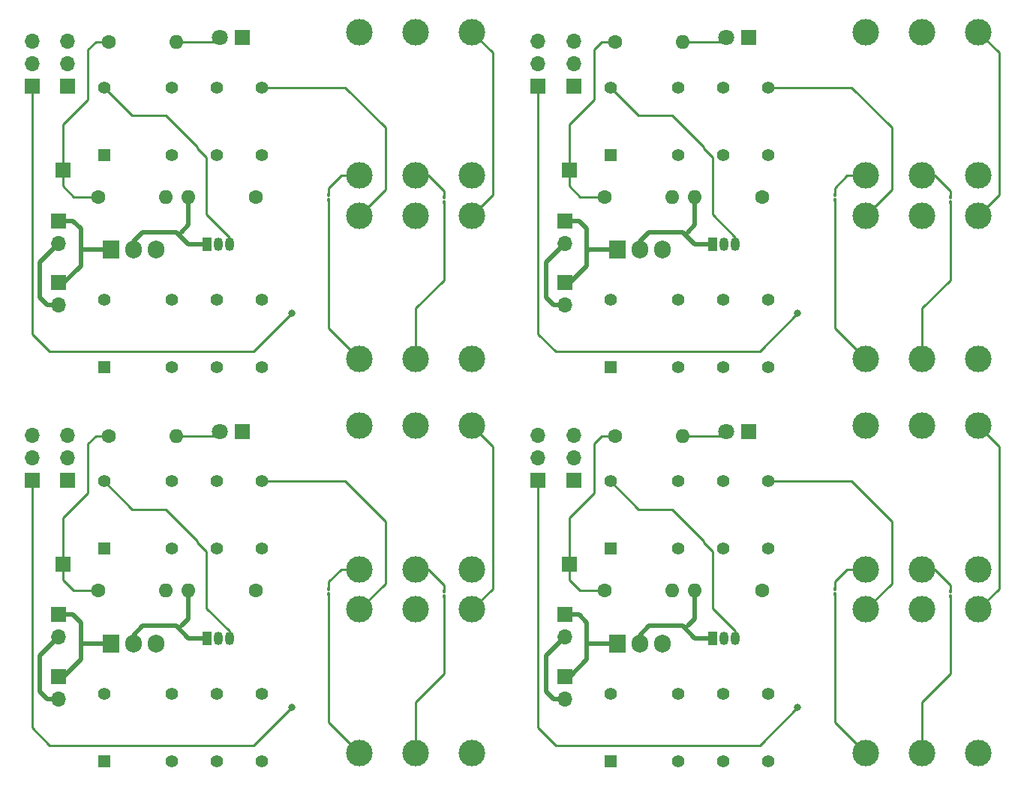
<source format=gbr>
%TF.GenerationSoftware,KiCad,Pcbnew,7.0.9*%
%TF.CreationDate,2024-06-08T21:45:48-04:00*%
%TF.ProjectId,V2 Loop Panel,5632204c-6f6f-4702-9050-616e656c2e6b,rev?*%
%TF.SameCoordinates,Original*%
%TF.FileFunction,Copper,L2,Bot*%
%TF.FilePolarity,Positive*%
%FSLAX46Y46*%
G04 Gerber Fmt 4.6, Leading zero omitted, Abs format (unit mm)*
G04 Created by KiCad (PCBNEW 7.0.9) date 2024-06-08 21:45:48*
%MOMM*%
%LPD*%
G01*
G04 APERTURE LIST*
G04 Aperture macros list*
%AMRoundRect*
0 Rectangle with rounded corners*
0 $1 Rounding radius*
0 $2 $3 $4 $5 $6 $7 $8 $9 X,Y pos of 4 corners*
0 Add a 4 corners polygon primitive as box body*
4,1,4,$2,$3,$4,$5,$6,$7,$8,$9,$2,$3,0*
0 Add four circle primitives for the rounded corners*
1,1,$1+$1,$2,$3*
1,1,$1+$1,$4,$5*
1,1,$1+$1,$6,$7*
1,1,$1+$1,$8,$9*
0 Add four rect primitives between the rounded corners*
20,1,$1+$1,$2,$3,$4,$5,0*
20,1,$1+$1,$4,$5,$6,$7,0*
20,1,$1+$1,$6,$7,$8,$9,0*
20,1,$1+$1,$8,$9,$2,$3,0*%
G04 Aperture macros list end*
%TA.AperFunction,SMDPad,CuDef*%
%ADD10RoundRect,0.100000X-0.100000X0.130000X-0.100000X-0.130000X0.100000X-0.130000X0.100000X0.130000X0*%
%TD*%
%TA.AperFunction,ComponentPad*%
%ADD11C,1.600000*%
%TD*%
%TA.AperFunction,ComponentPad*%
%ADD12O,1.600000X1.600000*%
%TD*%
%TA.AperFunction,ComponentPad*%
%ADD13R,1.700000X1.700000*%
%TD*%
%TA.AperFunction,ComponentPad*%
%ADD14O,1.700000X1.700000*%
%TD*%
%TA.AperFunction,ComponentPad*%
%ADD15R,1.400000X1.400000*%
%TD*%
%TA.AperFunction,ComponentPad*%
%ADD16C,1.400000*%
%TD*%
%TA.AperFunction,ComponentPad*%
%ADD17R,1.905000X2.000000*%
%TD*%
%TA.AperFunction,ComponentPad*%
%ADD18O,1.905000X2.000000*%
%TD*%
%TA.AperFunction,ComponentPad*%
%ADD19C,3.000000*%
%TD*%
%TA.AperFunction,ComponentPad*%
%ADD20R,1.800000X1.800000*%
%TD*%
%TA.AperFunction,ComponentPad*%
%ADD21C,1.800000*%
%TD*%
%TA.AperFunction,ComponentPad*%
%ADD22R,1.050000X1.500000*%
%TD*%
%TA.AperFunction,ComponentPad*%
%ADD23O,1.050000X1.500000*%
%TD*%
%TA.AperFunction,ViaPad*%
%ADD24C,0.800000*%
%TD*%
%TA.AperFunction,Conductor*%
%ADD25C,0.250000*%
%TD*%
%TA.AperFunction,Conductor*%
%ADD26C,0.500000*%
%TD*%
G04 APERTURE END LIST*
D10*
%TO.P,R8,1*%
%TO.N,Board_0-Net-(R8-Pad1)*%
X141375000Y-41525000D03*
%TO.P,R8,2*%
%TO.N,Board_0-Net-(R8-Pad2)*%
X141375000Y-42165000D03*
%TD*%
%TO.P,R9,1*%
%TO.N,Board_3-Net-(R9-Pad1)*%
X185510398Y-85785399D03*
%TO.P,R9,2*%
%TO.N,Board_3-Net-(R9-Pad2)*%
X185510398Y-86425399D03*
%TD*%
%TO.P,R9,1*%
%TO.N,Board_2-Net-(R9-Pad1)*%
X128375000Y-85785399D03*
%TO.P,R9,2*%
%TO.N,Board_2-Net-(R9-Pad2)*%
X128375000Y-86425399D03*
%TD*%
%TO.P,R9,1*%
%TO.N,Board_0-Net-(R9-Pad1)*%
X128375000Y-41275000D03*
%TO.P,R9,2*%
%TO.N,Board_0-Net-(R9-Pad2)*%
X128375000Y-41915000D03*
%TD*%
%TO.P,R8,1*%
%TO.N,Board_1-Net-(R8-Pad1)*%
X198510398Y-41525000D03*
%TO.P,R8,2*%
%TO.N,Board_1-Net-(R8-Pad2)*%
X198510398Y-42165000D03*
%TD*%
%TO.P,R8,1*%
%TO.N,Board_2-Net-(R8-Pad1)*%
X141375000Y-86035399D03*
%TO.P,R8,2*%
%TO.N,Board_2-Net-(R8-Pad2)*%
X141375000Y-86675399D03*
%TD*%
%TO.P,R9,1*%
%TO.N,Board_1-Net-(R9-Pad1)*%
X185510398Y-41275000D03*
%TO.P,R9,2*%
%TO.N,Board_1-Net-(R9-Pad2)*%
X185510398Y-41915000D03*
%TD*%
%TO.P,R8,1*%
%TO.N,Board_3-Net-(R8-Pad1)*%
X198510398Y-86035399D03*
%TO.P,R8,2*%
%TO.N,Board_3-Net-(R8-Pad2)*%
X198510398Y-86675399D03*
%TD*%
D11*
%TO.P,LGate1,1*%
%TO.N,Board_3-/Control*%
X159510398Y-86010399D03*
D12*
%TO.P,LGate1,2*%
%TO.N,Board_3-Net-(QL1-G)*%
X167130398Y-86010399D03*
%TD*%
D13*
%TO.P,In1,1,Pin_1*%
%TO.N,Board_0-/Signal_Gnd*%
X94875000Y-29025000D03*
D14*
%TO.P,In1,2,Pin_2*%
%TO.N,Board_0-/L_in*%
X94875000Y-26485000D03*
%TO.P,In1,3,Pin_3*%
%TO.N,Board_0-/R_in*%
X94875000Y-23945000D03*
%TD*%
D13*
%TO.P,Out1,1,Pin_1*%
%TO.N,Board_0-/Signal_Gnd*%
X98875000Y-29025000D03*
D14*
%TO.P,Out1,2,Pin_2*%
%TO.N,Board_0-/L_out*%
X98875000Y-26485000D03*
%TO.P,Out1,3,Pin_3*%
%TO.N,Board_0-/R_out*%
X98875000Y-23945000D03*
%TD*%
D13*
%TO.P,In1,1,Pin_1*%
%TO.N,Board_3-/Signal_Gnd*%
X152010398Y-73535399D03*
D14*
%TO.P,In1,2,Pin_2*%
%TO.N,Board_3-/L_in*%
X152010398Y-70995399D03*
%TO.P,In1,3,Pin_3*%
%TO.N,Board_3-/R_in*%
X152010398Y-68455399D03*
%TD*%
D15*
%TO.P,Right1,1*%
%TO.N,Board_0-Net-(QL1-D)*%
X103017500Y-60762500D03*
D16*
%TO.P,Right1,4*%
%TO.N,Board_0-/R_out*%
X110637500Y-60762500D03*
%TO.P,Right1,6*%
%TO.N,Board_0-Net-(Right1-Pad11)*%
X115717500Y-60762500D03*
%TO.P,Right1,8*%
%TO.N,Board_0-/R_Return*%
X120797500Y-60762500D03*
%TO.P,Right1,9*%
%TO.N,Board_0-/R_send*%
X120797500Y-53142500D03*
%TO.P,Right1,11*%
%TO.N,Board_0-Net-(Right1-Pad11)*%
X115717500Y-53142500D03*
%TO.P,Right1,13*%
%TO.N,Board_0-/R_in*%
X110637500Y-53142500D03*
%TO.P,Right1,16*%
%TO.N,Board_0-/5V*%
X103017500Y-53142500D03*
%TD*%
D15*
%TO.P,Left/Mono1,1*%
%TO.N,Board_2-/5V*%
X103017500Y-81272899D03*
D16*
%TO.P,Left/Mono1,4*%
%TO.N,Board_2-/L_out*%
X110637500Y-81272899D03*
%TO.P,Left/Mono1,6*%
%TO.N,Board_2-Net-(Left/Mono1-Pad11)*%
X115717500Y-81272899D03*
%TO.P,Left/Mono1,8*%
%TO.N,Board_2-/L_Return*%
X120797500Y-81272899D03*
%TO.P,Left/Mono1,9*%
%TO.N,Board_2-/L_Send*%
X120797500Y-73652899D03*
%TO.P,Left/Mono1,11*%
%TO.N,Board_2-Net-(Left/Mono1-Pad11)*%
X115717500Y-73652899D03*
%TO.P,Left/Mono1,13*%
%TO.N,Board_2-/L_in*%
X110637500Y-73652899D03*
%TO.P,Left/Mono1,16*%
%TO.N,Board_2-Net-(QL1-D)*%
X103017500Y-73652899D03*
%TD*%
D17*
%TO.P,U1,1,IN*%
%TO.N,Board_2-/9V*%
X103795000Y-92010399D03*
D18*
%TO.P,U1,2,GND*%
%TO.N,Board_2-/Ctrl_GND*%
X106335000Y-92010399D03*
%TO.P,U1,3,OUT*%
%TO.N,Board_2-/5V*%
X108875000Y-92010399D03*
%TD*%
D19*
%TO.P,Send1,R*%
%TO.N,Board_2-/R_send*%
X138200000Y-88145399D03*
%TO.P,Send1,RN*%
%TO.N,Board_2-Net-(R8-Pad2)*%
X138200000Y-104375399D03*
%TO.P,Send1,S*%
%TO.N,Board_2-/Signal_Gnd*%
X144550000Y-88145399D03*
%TO.P,Send1,SN*%
%TO.N,Board_2-unconnected-(Send1-PadSN)*%
X144550000Y-104375399D03*
%TO.P,Send1,T*%
%TO.N,Board_2-/L_Send*%
X131850000Y-88145399D03*
%TO.P,Send1,TN*%
%TO.N,Board_2-Net-(R9-Pad2)*%
X131850000Y-104375399D03*
%TD*%
D20*
%TO.P,D1,1,K*%
%TO.N,Board_2-/Ctrl_GND*%
X118650000Y-68010399D03*
D21*
%TO.P,D1,2,A*%
%TO.N,Board_2-Net-(D1-A)*%
X116110000Y-68010399D03*
%TD*%
D22*
%TO.P,QL1,1,S*%
%TO.N,Board_2-/Ctrl_GND*%
X114605000Y-91370399D03*
D23*
%TO.P,QL1,2,G*%
%TO.N,Board_2-Net-(QL1-G)*%
X115875000Y-91370399D03*
%TO.P,QL1,3,D*%
%TO.N,Board_2-Net-(QL1-D)*%
X117145000Y-91370399D03*
%TD*%
D20*
%TO.P,D1,1,K*%
%TO.N,Board_1-/Ctrl_GND*%
X175785398Y-23500000D03*
D21*
%TO.P,D1,2,A*%
%TO.N,Board_1-Net-(D1-A)*%
X173245398Y-23500000D03*
%TD*%
D13*
%TO.P,In1,1,Pin_1*%
%TO.N,Board_2-/Signal_Gnd*%
X94875000Y-73535399D03*
D14*
%TO.P,In1,2,Pin_2*%
%TO.N,Board_2-/L_in*%
X94875000Y-70995399D03*
%TO.P,In1,3,Pin_3*%
%TO.N,Board_2-/R_in*%
X94875000Y-68455399D03*
%TD*%
D19*
%TO.P,Return1,R*%
%TO.N,Board_1-/R_Return*%
X195335398Y-22885000D03*
%TO.P,Return1,RN*%
%TO.N,Board_1-Net-(R8-Pad1)*%
X195335398Y-39115000D03*
%TO.P,Return1,S*%
%TO.N,Board_1-/Signal_Gnd*%
X201685398Y-22885000D03*
%TO.P,Return1,SN*%
%TO.N,Board_1-unconnected-(Return1-PadSN)*%
X201685398Y-39115000D03*
%TO.P,Return1,T*%
%TO.N,Board_1-/L_Return*%
X188985398Y-22885000D03*
%TO.P,Return1,TN*%
%TO.N,Board_1-Net-(R9-Pad1)*%
X188985398Y-39115000D03*
%TD*%
D22*
%TO.P,QL1,1,S*%
%TO.N,Board_1-/Ctrl_GND*%
X171740398Y-46860000D03*
D23*
%TO.P,QL1,2,G*%
%TO.N,Board_1-Net-(QL1-G)*%
X173010398Y-46860000D03*
%TO.P,QL1,3,D*%
%TO.N,Board_1-Net-(QL1-D)*%
X174280398Y-46860000D03*
%TD*%
D13*
%TO.P,J1,1,Pin_1*%
%TO.N,Board_2-/Control*%
X98375000Y-83010399D03*
%TD*%
%TO.P,J2,1,Pin_1*%
%TO.N,Board_2-/9V*%
X97875000Y-95735399D03*
D14*
%TO.P,J2,2,Pin_2*%
%TO.N,Board_2-/Ctrl_GND*%
X97875000Y-98275399D03*
%TD*%
D13*
%TO.P,J2,1,Pin_1*%
%TO.N,Board_0-/9V*%
X97875000Y-51225000D03*
D14*
%TO.P,J2,2,Pin_2*%
%TO.N,Board_0-/Ctrl_GND*%
X97875000Y-53765000D03*
%TD*%
D11*
%TO.P,RLed1,1*%
%TO.N,Board_0-/Control*%
X103565000Y-24000000D03*
D12*
%TO.P,RLed1,2*%
%TO.N,Board_0-Net-(D1-A)*%
X111185000Y-24000000D03*
%TD*%
D11*
%TO.P,LeftPD1,1*%
%TO.N,Board_1-Net-(QL1-G)*%
X177320398Y-41500000D03*
D12*
%TO.P,LeftPD1,2*%
%TO.N,Board_1-/Ctrl_GND*%
X169700398Y-41500000D03*
%TD*%
D13*
%TO.P,In1,1,Pin_1*%
%TO.N,Board_1-/Signal_Gnd*%
X152010398Y-29025000D03*
D14*
%TO.P,In1,2,Pin_2*%
%TO.N,Board_1-/L_in*%
X152010398Y-26485000D03*
%TO.P,In1,3,Pin_3*%
%TO.N,Board_1-/R_in*%
X152010398Y-23945000D03*
%TD*%
D11*
%TO.P,LeftPD1,1*%
%TO.N,Board_3-Net-(QL1-G)*%
X177320398Y-86010399D03*
D12*
%TO.P,LeftPD1,2*%
%TO.N,Board_3-/Ctrl_GND*%
X169700398Y-86010399D03*
%TD*%
D15*
%TO.P,Right1,1*%
%TO.N,Board_3-Net-(QL1-D)*%
X160152898Y-105272899D03*
D16*
%TO.P,Right1,4*%
%TO.N,Board_3-/R_out*%
X167772898Y-105272899D03*
%TO.P,Right1,6*%
%TO.N,Board_3-Net-(Right1-Pad11)*%
X172852898Y-105272899D03*
%TO.P,Right1,8*%
%TO.N,Board_3-/R_Return*%
X177932898Y-105272899D03*
%TO.P,Right1,9*%
%TO.N,Board_3-/R_send*%
X177932898Y-97652899D03*
%TO.P,Right1,11*%
%TO.N,Board_3-Net-(Right1-Pad11)*%
X172852898Y-97652899D03*
%TO.P,Right1,13*%
%TO.N,Board_3-/R_in*%
X167772898Y-97652899D03*
%TO.P,Right1,16*%
%TO.N,Board_3-/5V*%
X160152898Y-97652899D03*
%TD*%
D15*
%TO.P,Left/Mono1,1*%
%TO.N,Board_3-/5V*%
X160152898Y-81272899D03*
D16*
%TO.P,Left/Mono1,4*%
%TO.N,Board_3-/L_out*%
X167772898Y-81272899D03*
%TO.P,Left/Mono1,6*%
%TO.N,Board_3-Net-(Left/Mono1-Pad11)*%
X172852898Y-81272899D03*
%TO.P,Left/Mono1,8*%
%TO.N,Board_3-/L_Return*%
X177932898Y-81272899D03*
%TO.P,Left/Mono1,9*%
%TO.N,Board_3-/L_Send*%
X177932898Y-73652899D03*
%TO.P,Left/Mono1,11*%
%TO.N,Board_3-Net-(Left/Mono1-Pad11)*%
X172852898Y-73652899D03*
%TO.P,Left/Mono1,13*%
%TO.N,Board_3-/L_in*%
X167772898Y-73652899D03*
%TO.P,Left/Mono1,16*%
%TO.N,Board_3-Net-(QL1-D)*%
X160152898Y-73652899D03*
%TD*%
D13*
%TO.P,Out1,1,Pin_1*%
%TO.N,Board_2-/Signal_Gnd*%
X98875000Y-73535399D03*
D14*
%TO.P,Out1,2,Pin_2*%
%TO.N,Board_2-/L_out*%
X98875000Y-70995399D03*
%TO.P,Out1,3,Pin_3*%
%TO.N,Board_2-/R_out*%
X98875000Y-68455399D03*
%TD*%
D13*
%TO.P,J3,1,Pin_1*%
%TO.N,Board_2-/9V*%
X97875000Y-88735399D03*
D14*
%TO.P,J3,2,Pin_2*%
%TO.N,Board_2-/Ctrl_GND*%
X97875000Y-91275399D03*
%TD*%
D19*
%TO.P,Send1,R*%
%TO.N,Board_3-/R_send*%
X195335398Y-88145399D03*
%TO.P,Send1,RN*%
%TO.N,Board_3-Net-(R8-Pad2)*%
X195335398Y-104375399D03*
%TO.P,Send1,S*%
%TO.N,Board_3-/Signal_Gnd*%
X201685398Y-88145399D03*
%TO.P,Send1,SN*%
%TO.N,Board_3-unconnected-(Send1-PadSN)*%
X201685398Y-104375399D03*
%TO.P,Send1,T*%
%TO.N,Board_3-/L_Send*%
X188985398Y-88145399D03*
%TO.P,Send1,TN*%
%TO.N,Board_3-Net-(R9-Pad2)*%
X188985398Y-104375399D03*
%TD*%
D15*
%TO.P,Left/Mono1,1*%
%TO.N,Board_0-/5V*%
X103017500Y-36762500D03*
D16*
%TO.P,Left/Mono1,4*%
%TO.N,Board_0-/L_out*%
X110637500Y-36762500D03*
%TO.P,Left/Mono1,6*%
%TO.N,Board_0-Net-(Left/Mono1-Pad11)*%
X115717500Y-36762500D03*
%TO.P,Left/Mono1,8*%
%TO.N,Board_0-/L_Return*%
X120797500Y-36762500D03*
%TO.P,Left/Mono1,9*%
%TO.N,Board_0-/L_Send*%
X120797500Y-29142500D03*
%TO.P,Left/Mono1,11*%
%TO.N,Board_0-Net-(Left/Mono1-Pad11)*%
X115717500Y-29142500D03*
%TO.P,Left/Mono1,13*%
%TO.N,Board_0-/L_in*%
X110637500Y-29142500D03*
%TO.P,Left/Mono1,16*%
%TO.N,Board_0-Net-(QL1-D)*%
X103017500Y-29142500D03*
%TD*%
D15*
%TO.P,Right1,1*%
%TO.N,Board_1-Net-(QL1-D)*%
X160152898Y-60762500D03*
D16*
%TO.P,Right1,4*%
%TO.N,Board_1-/R_out*%
X167772898Y-60762500D03*
%TO.P,Right1,6*%
%TO.N,Board_1-Net-(Right1-Pad11)*%
X172852898Y-60762500D03*
%TO.P,Right1,8*%
%TO.N,Board_1-/R_Return*%
X177932898Y-60762500D03*
%TO.P,Right1,9*%
%TO.N,Board_1-/R_send*%
X177932898Y-53142500D03*
%TO.P,Right1,11*%
%TO.N,Board_1-Net-(Right1-Pad11)*%
X172852898Y-53142500D03*
%TO.P,Right1,13*%
%TO.N,Board_1-/R_in*%
X167772898Y-53142500D03*
%TO.P,Right1,16*%
%TO.N,Board_1-/5V*%
X160152898Y-53142500D03*
%TD*%
D13*
%TO.P,J1,1,Pin_1*%
%TO.N,Board_1-/Control*%
X155510398Y-38500000D03*
%TD*%
D15*
%TO.P,Right1,1*%
%TO.N,Board_2-Net-(QL1-D)*%
X103017500Y-105272899D03*
D16*
%TO.P,Right1,4*%
%TO.N,Board_2-/R_out*%
X110637500Y-105272899D03*
%TO.P,Right1,6*%
%TO.N,Board_2-Net-(Right1-Pad11)*%
X115717500Y-105272899D03*
%TO.P,Right1,8*%
%TO.N,Board_2-/R_Return*%
X120797500Y-105272899D03*
%TO.P,Right1,9*%
%TO.N,Board_2-/R_send*%
X120797500Y-97652899D03*
%TO.P,Right1,11*%
%TO.N,Board_2-Net-(Right1-Pad11)*%
X115717500Y-97652899D03*
%TO.P,Right1,13*%
%TO.N,Board_2-/R_in*%
X110637500Y-97652899D03*
%TO.P,Right1,16*%
%TO.N,Board_2-/5V*%
X103017500Y-97652899D03*
%TD*%
D11*
%TO.P,LGate1,1*%
%TO.N,Board_0-/Control*%
X102375000Y-41500000D03*
D12*
%TO.P,LGate1,2*%
%TO.N,Board_0-Net-(QL1-G)*%
X109995000Y-41500000D03*
%TD*%
D11*
%TO.P,LGate1,1*%
%TO.N,Board_2-/Control*%
X102375000Y-86010399D03*
D12*
%TO.P,LGate1,2*%
%TO.N,Board_2-Net-(QL1-G)*%
X109995000Y-86010399D03*
%TD*%
D20*
%TO.P,D1,1,K*%
%TO.N,Board_3-/Ctrl_GND*%
X175785398Y-68010399D03*
D21*
%TO.P,D1,2,A*%
%TO.N,Board_3-Net-(D1-A)*%
X173245398Y-68010399D03*
%TD*%
D13*
%TO.P,J1,1,Pin_1*%
%TO.N,Board_0-/Control*%
X98375000Y-38500000D03*
%TD*%
%TO.P,J2,1,Pin_1*%
%TO.N,Board_1-/9V*%
X155010398Y-51225000D03*
D14*
%TO.P,J2,2,Pin_2*%
%TO.N,Board_1-/Ctrl_GND*%
X155010398Y-53765000D03*
%TD*%
D22*
%TO.P,QL1,1,S*%
%TO.N,Board_0-/Ctrl_GND*%
X114605000Y-46860000D03*
D23*
%TO.P,QL1,2,G*%
%TO.N,Board_0-Net-(QL1-G)*%
X115875000Y-46860000D03*
%TO.P,QL1,3,D*%
%TO.N,Board_0-Net-(QL1-D)*%
X117145000Y-46860000D03*
%TD*%
D17*
%TO.P,U1,1,IN*%
%TO.N,Board_3-/9V*%
X160930398Y-92010399D03*
D18*
%TO.P,U1,2,GND*%
%TO.N,Board_3-/Ctrl_GND*%
X163470398Y-92010399D03*
%TO.P,U1,3,OUT*%
%TO.N,Board_3-/5V*%
X166010398Y-92010399D03*
%TD*%
D13*
%TO.P,J3,1,Pin_1*%
%TO.N,Board_1-/9V*%
X155010398Y-44225000D03*
D14*
%TO.P,J3,2,Pin_2*%
%TO.N,Board_1-/Ctrl_GND*%
X155010398Y-46765000D03*
%TD*%
D20*
%TO.P,D1,1,K*%
%TO.N,Board_0-/Ctrl_GND*%
X118650000Y-23500000D03*
D21*
%TO.P,D1,2,A*%
%TO.N,Board_0-Net-(D1-A)*%
X116110000Y-23500000D03*
%TD*%
D13*
%TO.P,J3,1,Pin_1*%
%TO.N,Board_3-/9V*%
X155010398Y-88735399D03*
D14*
%TO.P,J3,2,Pin_2*%
%TO.N,Board_3-/Ctrl_GND*%
X155010398Y-91275399D03*
%TD*%
D17*
%TO.P,U1,1,IN*%
%TO.N,Board_1-/9V*%
X160930398Y-47500000D03*
D18*
%TO.P,U1,2,GND*%
%TO.N,Board_1-/Ctrl_GND*%
X163470398Y-47500000D03*
%TO.P,U1,3,OUT*%
%TO.N,Board_1-/5V*%
X166010398Y-47500000D03*
%TD*%
D19*
%TO.P,Return1,R*%
%TO.N,Board_2-/R_Return*%
X138200000Y-67395399D03*
%TO.P,Return1,RN*%
%TO.N,Board_2-Net-(R8-Pad1)*%
X138200000Y-83625399D03*
%TO.P,Return1,S*%
%TO.N,Board_2-/Signal_Gnd*%
X144550000Y-67395399D03*
%TO.P,Return1,SN*%
%TO.N,Board_2-unconnected-(Return1-PadSN)*%
X144550000Y-83625399D03*
%TO.P,Return1,T*%
%TO.N,Board_2-/L_Return*%
X131850000Y-67395399D03*
%TO.P,Return1,TN*%
%TO.N,Board_2-Net-(R9-Pad1)*%
X131850000Y-83625399D03*
%TD*%
D13*
%TO.P,Out1,1,Pin_1*%
%TO.N,Board_1-/Signal_Gnd*%
X156010398Y-29025000D03*
D14*
%TO.P,Out1,2,Pin_2*%
%TO.N,Board_1-/L_out*%
X156010398Y-26485000D03*
%TO.P,Out1,3,Pin_3*%
%TO.N,Board_1-/R_out*%
X156010398Y-23945000D03*
%TD*%
D15*
%TO.P,Left/Mono1,1*%
%TO.N,Board_1-/5V*%
X160152898Y-36762500D03*
D16*
%TO.P,Left/Mono1,4*%
%TO.N,Board_1-/L_out*%
X167772898Y-36762500D03*
%TO.P,Left/Mono1,6*%
%TO.N,Board_1-Net-(Left/Mono1-Pad11)*%
X172852898Y-36762500D03*
%TO.P,Left/Mono1,8*%
%TO.N,Board_1-/L_Return*%
X177932898Y-36762500D03*
%TO.P,Left/Mono1,9*%
%TO.N,Board_1-/L_Send*%
X177932898Y-29142500D03*
%TO.P,Left/Mono1,11*%
%TO.N,Board_1-Net-(Left/Mono1-Pad11)*%
X172852898Y-29142500D03*
%TO.P,Left/Mono1,13*%
%TO.N,Board_1-/L_in*%
X167772898Y-29142500D03*
%TO.P,Left/Mono1,16*%
%TO.N,Board_1-Net-(QL1-D)*%
X160152898Y-29142500D03*
%TD*%
D17*
%TO.P,U1,1,IN*%
%TO.N,Board_0-/9V*%
X103795000Y-47500000D03*
D18*
%TO.P,U1,2,GND*%
%TO.N,Board_0-/Ctrl_GND*%
X106335000Y-47500000D03*
%TO.P,U1,3,OUT*%
%TO.N,Board_0-/5V*%
X108875000Y-47500000D03*
%TD*%
D11*
%TO.P,RLed1,1*%
%TO.N,Board_2-/Control*%
X103565000Y-68510399D03*
D12*
%TO.P,RLed1,2*%
%TO.N,Board_2-Net-(D1-A)*%
X111185000Y-68510399D03*
%TD*%
D13*
%TO.P,J3,1,Pin_1*%
%TO.N,Board_0-/9V*%
X97875000Y-44225000D03*
D14*
%TO.P,J3,2,Pin_2*%
%TO.N,Board_0-/Ctrl_GND*%
X97875000Y-46765000D03*
%TD*%
D19*
%TO.P,Return1,R*%
%TO.N,Board_0-/R_Return*%
X138200000Y-22885000D03*
%TO.P,Return1,RN*%
%TO.N,Board_0-Net-(R8-Pad1)*%
X138200000Y-39115000D03*
%TO.P,Return1,S*%
%TO.N,Board_0-/Signal_Gnd*%
X144550000Y-22885000D03*
%TO.P,Return1,SN*%
%TO.N,Board_0-unconnected-(Return1-PadSN)*%
X144550000Y-39115000D03*
%TO.P,Return1,T*%
%TO.N,Board_0-/L_Return*%
X131850000Y-22885000D03*
%TO.P,Return1,TN*%
%TO.N,Board_0-Net-(R9-Pad1)*%
X131850000Y-39115000D03*
%TD*%
D13*
%TO.P,J1,1,Pin_1*%
%TO.N,Board_3-/Control*%
X155510398Y-83010399D03*
%TD*%
D19*
%TO.P,Send1,R*%
%TO.N,Board_0-/R_send*%
X138200000Y-43635000D03*
%TO.P,Send1,RN*%
%TO.N,Board_0-Net-(R8-Pad2)*%
X138200000Y-59865000D03*
%TO.P,Send1,S*%
%TO.N,Board_0-/Signal_Gnd*%
X144550000Y-43635000D03*
%TO.P,Send1,SN*%
%TO.N,Board_0-unconnected-(Send1-PadSN)*%
X144550000Y-59865000D03*
%TO.P,Send1,T*%
%TO.N,Board_0-/L_Send*%
X131850000Y-43635000D03*
%TO.P,Send1,TN*%
%TO.N,Board_0-Net-(R9-Pad2)*%
X131850000Y-59865000D03*
%TD*%
%TO.P,Return1,R*%
%TO.N,Board_3-/R_Return*%
X195335398Y-67395399D03*
%TO.P,Return1,RN*%
%TO.N,Board_3-Net-(R8-Pad1)*%
X195335398Y-83625399D03*
%TO.P,Return1,S*%
%TO.N,Board_3-/Signal_Gnd*%
X201685398Y-67395399D03*
%TO.P,Return1,SN*%
%TO.N,Board_3-unconnected-(Return1-PadSN)*%
X201685398Y-83625399D03*
%TO.P,Return1,T*%
%TO.N,Board_3-/L_Return*%
X188985398Y-67395399D03*
%TO.P,Return1,TN*%
%TO.N,Board_3-Net-(R9-Pad1)*%
X188985398Y-83625399D03*
%TD*%
%TO.P,Send1,R*%
%TO.N,Board_1-/R_send*%
X195335398Y-43635000D03*
%TO.P,Send1,RN*%
%TO.N,Board_1-Net-(R8-Pad2)*%
X195335398Y-59865000D03*
%TO.P,Send1,S*%
%TO.N,Board_1-/Signal_Gnd*%
X201685398Y-43635000D03*
%TO.P,Send1,SN*%
%TO.N,Board_1-unconnected-(Send1-PadSN)*%
X201685398Y-59865000D03*
%TO.P,Send1,T*%
%TO.N,Board_1-/L_Send*%
X188985398Y-43635000D03*
%TO.P,Send1,TN*%
%TO.N,Board_1-Net-(R9-Pad2)*%
X188985398Y-59865000D03*
%TD*%
D11*
%TO.P,RLed1,1*%
%TO.N,Board_1-/Control*%
X160700398Y-24000000D03*
D12*
%TO.P,RLed1,2*%
%TO.N,Board_1-Net-(D1-A)*%
X168320398Y-24000000D03*
%TD*%
D13*
%TO.P,Out1,1,Pin_1*%
%TO.N,Board_3-/Signal_Gnd*%
X156010398Y-73535399D03*
D14*
%TO.P,Out1,2,Pin_2*%
%TO.N,Board_3-/L_out*%
X156010398Y-70995399D03*
%TO.P,Out1,3,Pin_3*%
%TO.N,Board_3-/R_out*%
X156010398Y-68455399D03*
%TD*%
D13*
%TO.P,J2,1,Pin_1*%
%TO.N,Board_3-/9V*%
X155010398Y-95735399D03*
D14*
%TO.P,J2,2,Pin_2*%
%TO.N,Board_3-/Ctrl_GND*%
X155010398Y-98275399D03*
%TD*%
D11*
%TO.P,LGate1,1*%
%TO.N,Board_1-/Control*%
X159510398Y-41500000D03*
D12*
%TO.P,LGate1,2*%
%TO.N,Board_1-Net-(QL1-G)*%
X167130398Y-41500000D03*
%TD*%
D11*
%TO.P,LeftPD1,1*%
%TO.N,Board_2-Net-(QL1-G)*%
X120185000Y-86010399D03*
D12*
%TO.P,LeftPD1,2*%
%TO.N,Board_2-/Ctrl_GND*%
X112565000Y-86010399D03*
%TD*%
D11*
%TO.P,LeftPD1,1*%
%TO.N,Board_0-Net-(QL1-G)*%
X120185000Y-41500000D03*
D12*
%TO.P,LeftPD1,2*%
%TO.N,Board_0-/Ctrl_GND*%
X112565000Y-41500000D03*
%TD*%
D11*
%TO.P,RLed1,1*%
%TO.N,Board_3-/Control*%
X160700398Y-68510399D03*
D12*
%TO.P,RLed1,2*%
%TO.N,Board_3-Net-(D1-A)*%
X168320398Y-68510399D03*
%TD*%
D22*
%TO.P,QL1,1,S*%
%TO.N,Board_3-/Ctrl_GND*%
X171740398Y-91370399D03*
D23*
%TO.P,QL1,2,G*%
%TO.N,Board_3-Net-(QL1-G)*%
X173010398Y-91370399D03*
%TO.P,QL1,3,D*%
%TO.N,Board_3-Net-(QL1-D)*%
X174280398Y-91370399D03*
%TD*%
D24*
%TO.N,Board_3-/Signal_Gnd*%
X181310398Y-99210399D03*
%TO.N,Board_2-/Signal_Gnd*%
X124175000Y-99210399D03*
%TO.N,Board_1-/Signal_Gnd*%
X181310398Y-54700000D03*
%TO.N,Board_0-/Signal_Gnd*%
X124175000Y-54700000D03*
%TD*%
D25*
%TO.N,Board_3-Net-(R9-Pad2)*%
X188985398Y-104375399D02*
X185510398Y-100900399D01*
X185510398Y-100900399D02*
X185510398Y-86425399D01*
%TO.N,Board_3-Net-(R9-Pad1)*%
X185510398Y-85785399D02*
X185510398Y-85010399D01*
X185510398Y-85010399D02*
X186895398Y-83625399D01*
X186895398Y-83625399D02*
X188985398Y-83625399D01*
%TO.N,Board_3-Net-(R8-Pad2)*%
X195335398Y-98585399D02*
X198510398Y-95410399D01*
X198510398Y-95410399D02*
X198510398Y-86675399D01*
X195335398Y-104375399D02*
X195335398Y-98585399D01*
%TO.N,Board_3-Net-(R8-Pad1)*%
X196725398Y-83625399D02*
X195335398Y-83625399D01*
X198510398Y-85410399D02*
X196725398Y-83625399D01*
X198510398Y-86035399D02*
X198510398Y-85410399D01*
%TO.N,Board_3-Net-(QL1-D)*%
X167110398Y-76810399D02*
X170710398Y-80410399D01*
X160152898Y-73652899D02*
X163310398Y-76810399D01*
X170710398Y-80410399D02*
X170710398Y-80579968D01*
X163310398Y-76810399D02*
X167110398Y-76810399D01*
X171710398Y-81579968D02*
X171710398Y-88010399D01*
X174280398Y-90580399D02*
X174280398Y-91370399D01*
X171710398Y-88010399D02*
X174280398Y-90580399D01*
X170710398Y-80579968D02*
X171710398Y-81579968D01*
%TO.N,Board_3-Net-(D1-A)*%
X172745398Y-68510399D02*
X173245398Y-68010399D01*
X168320398Y-68510399D02*
X172745398Y-68510399D01*
%TO.N,Board_3-/Signal_Gnd*%
X204010398Y-85820399D02*
X204010398Y-69720399D01*
X201685398Y-88145399D02*
X204010398Y-85820399D01*
X152010398Y-73535399D02*
X152010398Y-101510399D01*
X152010398Y-101510399D02*
X154010398Y-103510399D01*
X154010398Y-103510399D02*
X177010398Y-103510399D01*
X204010398Y-69720399D02*
X201685398Y-67395399D01*
X177010398Y-103510399D02*
X181310398Y-99210399D01*
%TO.N,Board_3-/L_Send*%
X191910398Y-78210399D02*
X191910398Y-85220399D01*
X191910398Y-85220399D02*
X188985398Y-88145399D01*
X177932898Y-73652899D02*
X187352898Y-73652899D01*
X187352898Y-73652899D02*
X191910398Y-78210399D01*
D26*
%TO.N,Board_3-/Ctrl_GND*%
X153775398Y-98275399D02*
X152910398Y-97410399D01*
X155010398Y-98275399D02*
X153775398Y-98275399D01*
X168910398Y-90010399D02*
X169700398Y-89220399D01*
X169700398Y-89220399D02*
X169700398Y-86010399D01*
X163470398Y-92010399D02*
X163470398Y-91050399D01*
X169670398Y-91370399D02*
X171740398Y-91370399D01*
X168310398Y-90010399D02*
X169670398Y-91370399D01*
X164510398Y-90010399D02*
X168310398Y-90010399D01*
X152910398Y-97410399D02*
X152910398Y-93375399D01*
X163470398Y-91050399D02*
X164510398Y-90010399D01*
X152910398Y-93375399D02*
X155010398Y-91275399D01*
D25*
%TO.N,Board_3-/Control*%
X158310398Y-69410399D02*
X159210398Y-68510399D01*
X156710398Y-86010399D02*
X159510398Y-86010399D01*
X155510398Y-84810399D02*
X156710398Y-86010399D01*
X159210398Y-68510399D02*
X160700398Y-68510399D01*
X155510398Y-77810399D02*
X158310398Y-75010399D01*
X155510398Y-83010399D02*
X155510398Y-84810399D01*
X158310398Y-75010399D02*
X158310398Y-69410399D01*
X155510398Y-83010399D02*
X155510398Y-77810399D01*
D26*
%TO.N,Board_3-/9V*%
X157510398Y-93810399D02*
X155585398Y-95735399D01*
X157510398Y-92210399D02*
X157510398Y-93810399D01*
X157510398Y-92210399D02*
X157710398Y-92010399D01*
X155010398Y-88735399D02*
X156635398Y-88735399D01*
X157510398Y-89610399D02*
X157510398Y-92210399D01*
X155585398Y-95735399D02*
X155010398Y-95735399D01*
X157710398Y-92010399D02*
X160930398Y-92010399D01*
X156635398Y-88735399D02*
X157510398Y-89610399D01*
D25*
%TO.N,Board_2-Net-(R9-Pad2)*%
X131850000Y-104375399D02*
X128375000Y-100900399D01*
X128375000Y-100900399D02*
X128375000Y-86425399D01*
%TO.N,Board_2-Net-(R9-Pad1)*%
X128375000Y-85010399D02*
X129760000Y-83625399D01*
X129760000Y-83625399D02*
X131850000Y-83625399D01*
X128375000Y-85785399D02*
X128375000Y-85010399D01*
%TO.N,Board_2-Net-(R8-Pad2)*%
X141375000Y-95410399D02*
X141375000Y-86675399D01*
X138200000Y-104375399D02*
X138200000Y-98585399D01*
X138200000Y-98585399D02*
X141375000Y-95410399D01*
%TO.N,Board_2-Net-(R8-Pad1)*%
X141375000Y-86035399D02*
X141375000Y-85410399D01*
X141375000Y-85410399D02*
X139590000Y-83625399D01*
X139590000Y-83625399D02*
X138200000Y-83625399D01*
%TO.N,Board_2-Net-(QL1-D)*%
X106175000Y-76810399D02*
X109975000Y-76810399D01*
X117145000Y-90580399D02*
X117145000Y-91370399D01*
X114575000Y-88010399D02*
X117145000Y-90580399D01*
X113575000Y-80410399D02*
X113575000Y-80579968D01*
X103017500Y-73652899D02*
X106175000Y-76810399D01*
X109975000Y-76810399D02*
X113575000Y-80410399D01*
X114575000Y-81579968D02*
X114575000Y-88010399D01*
X113575000Y-80579968D02*
X114575000Y-81579968D01*
%TO.N,Board_2-Net-(D1-A)*%
X115610000Y-68510399D02*
X116110000Y-68010399D01*
X111185000Y-68510399D02*
X115610000Y-68510399D01*
%TO.N,Board_2-/Signal_Gnd*%
X144550000Y-88145399D02*
X146875000Y-85820399D01*
X119875000Y-103510399D02*
X124175000Y-99210399D01*
X146875000Y-69720399D02*
X144550000Y-67395399D01*
X96875000Y-103510399D02*
X119875000Y-103510399D01*
X94875000Y-73535399D02*
X94875000Y-101510399D01*
X146875000Y-85820399D02*
X146875000Y-69720399D01*
X94875000Y-101510399D02*
X96875000Y-103510399D01*
%TO.N,Board_2-/L_Send*%
X120797500Y-73652899D02*
X130217500Y-73652899D01*
X130217500Y-73652899D02*
X134775000Y-78210399D01*
X134775000Y-85220399D02*
X131850000Y-88145399D01*
X134775000Y-78210399D02*
X134775000Y-85220399D01*
D26*
%TO.N,Board_2-/Ctrl_GND*%
X95775000Y-93375399D02*
X97875000Y-91275399D01*
X106335000Y-91050399D02*
X107375000Y-90010399D01*
X95775000Y-97410399D02*
X95775000Y-93375399D01*
X107375000Y-90010399D02*
X111175000Y-90010399D01*
X111775000Y-90010399D02*
X112565000Y-89220399D01*
X111175000Y-90010399D02*
X112535000Y-91370399D01*
X112565000Y-89220399D02*
X112565000Y-86010399D01*
X96640000Y-98275399D02*
X95775000Y-97410399D01*
X112535000Y-91370399D02*
X114605000Y-91370399D01*
X106335000Y-92010399D02*
X106335000Y-91050399D01*
X97875000Y-98275399D02*
X96640000Y-98275399D01*
D25*
%TO.N,Board_2-/Control*%
X98375000Y-84810399D02*
X99575000Y-86010399D01*
X98375000Y-77810399D02*
X101175000Y-75010399D01*
X99575000Y-86010399D02*
X102375000Y-86010399D01*
X98375000Y-83010399D02*
X98375000Y-77810399D01*
X101175000Y-75010399D02*
X101175000Y-69410399D01*
X98375000Y-83010399D02*
X98375000Y-84810399D01*
X102075000Y-68510399D02*
X103565000Y-68510399D01*
X101175000Y-69410399D02*
X102075000Y-68510399D01*
D26*
%TO.N,Board_2-/9V*%
X97875000Y-88735399D02*
X99500000Y-88735399D01*
X98450000Y-95735399D02*
X97875000Y-95735399D01*
X100375000Y-92210399D02*
X100375000Y-93810399D01*
X100375000Y-89610399D02*
X100375000Y-92210399D01*
X100375000Y-93810399D02*
X98450000Y-95735399D01*
X100375000Y-92210399D02*
X100575000Y-92010399D01*
X100575000Y-92010399D02*
X103795000Y-92010399D01*
X99500000Y-88735399D02*
X100375000Y-89610399D01*
D25*
%TO.N,Board_1-Net-(R9-Pad2)*%
X188985398Y-59865000D02*
X185510398Y-56390000D01*
X185510398Y-56390000D02*
X185510398Y-41915000D01*
%TO.N,Board_1-Net-(R9-Pad1)*%
X186895398Y-39115000D02*
X188985398Y-39115000D01*
X185510398Y-40500000D02*
X186895398Y-39115000D01*
X185510398Y-41275000D02*
X185510398Y-40500000D01*
%TO.N,Board_1-Net-(R8-Pad2)*%
X195335398Y-54075000D02*
X198510398Y-50900000D01*
X195335398Y-59865000D02*
X195335398Y-54075000D01*
X198510398Y-50900000D02*
X198510398Y-42165000D01*
%TO.N,Board_1-Net-(R8-Pad1)*%
X196725398Y-39115000D02*
X195335398Y-39115000D01*
X198510398Y-41525000D02*
X198510398Y-40900000D01*
X198510398Y-40900000D02*
X196725398Y-39115000D01*
%TO.N,Board_1-Net-(QL1-D)*%
X174280398Y-46070000D02*
X174280398Y-46860000D01*
X167110398Y-32300000D02*
X170710398Y-35900000D01*
X160152898Y-29142500D02*
X163310398Y-32300000D01*
X171710398Y-43500000D02*
X174280398Y-46070000D01*
X171710398Y-37069569D02*
X171710398Y-43500000D01*
X170710398Y-35900000D02*
X170710398Y-36069569D01*
X170710398Y-36069569D02*
X171710398Y-37069569D01*
X163310398Y-32300000D02*
X167110398Y-32300000D01*
%TO.N,Board_1-Net-(D1-A)*%
X168320398Y-24000000D02*
X172745398Y-24000000D01*
X172745398Y-24000000D02*
X173245398Y-23500000D01*
%TO.N,Board_1-/Signal_Gnd*%
X177010398Y-59000000D02*
X181310398Y-54700000D01*
X204010398Y-41310000D02*
X204010398Y-25210000D01*
X201685398Y-43635000D02*
X204010398Y-41310000D01*
X152010398Y-29025000D02*
X152010398Y-57000000D01*
X152010398Y-57000000D02*
X154010398Y-59000000D01*
X204010398Y-25210000D02*
X201685398Y-22885000D01*
X154010398Y-59000000D02*
X177010398Y-59000000D01*
%TO.N,Board_1-/L_Send*%
X187352898Y-29142500D02*
X191910398Y-33700000D01*
X191910398Y-40710000D02*
X188985398Y-43635000D01*
X177932898Y-29142500D02*
X187352898Y-29142500D01*
X191910398Y-33700000D02*
X191910398Y-40710000D01*
D26*
%TO.N,Board_1-/Ctrl_GND*%
X155010398Y-53765000D02*
X153775398Y-53765000D01*
X164510398Y-45500000D02*
X168310398Y-45500000D01*
X169670398Y-46860000D02*
X171740398Y-46860000D01*
X163470398Y-46540000D02*
X164510398Y-45500000D01*
X163470398Y-47500000D02*
X163470398Y-46540000D01*
X152910398Y-48865000D02*
X155010398Y-46765000D01*
X169700398Y-44710000D02*
X169700398Y-41500000D01*
X168910398Y-45500000D02*
X169700398Y-44710000D01*
X153775398Y-53765000D02*
X152910398Y-52900000D01*
X168310398Y-45500000D02*
X169670398Y-46860000D01*
X152910398Y-52900000D02*
X152910398Y-48865000D01*
D25*
%TO.N,Board_1-/Control*%
X155510398Y-38500000D02*
X155510398Y-40300000D01*
X159210398Y-24000000D02*
X160700398Y-24000000D01*
X158310398Y-24900000D02*
X159210398Y-24000000D01*
X158310398Y-30500000D02*
X158310398Y-24900000D01*
X155510398Y-40300000D02*
X156710398Y-41500000D01*
X155510398Y-33300000D02*
X158310398Y-30500000D01*
X156710398Y-41500000D02*
X159510398Y-41500000D01*
X155510398Y-38500000D02*
X155510398Y-33300000D01*
D26*
%TO.N,Board_1-/9V*%
X157510398Y-47700000D02*
X157510398Y-49300000D01*
X157510398Y-49300000D02*
X155585398Y-51225000D01*
X155585398Y-51225000D02*
X155010398Y-51225000D01*
X157710398Y-47500000D02*
X160930398Y-47500000D01*
X157510398Y-45100000D02*
X157510398Y-47700000D01*
X156635398Y-44225000D02*
X157510398Y-45100000D01*
X155010398Y-44225000D02*
X156635398Y-44225000D01*
X157510398Y-47700000D02*
X157710398Y-47500000D01*
D25*
%TO.N,Board_0-Net-(R9-Pad2)*%
X128375000Y-56390000D02*
X128375000Y-41915000D01*
X131850000Y-59865000D02*
X128375000Y-56390000D01*
%TO.N,Board_0-Net-(R9-Pad1)*%
X128375000Y-41275000D02*
X128375000Y-40500000D01*
X129760000Y-39115000D02*
X131850000Y-39115000D01*
X128375000Y-40500000D02*
X129760000Y-39115000D01*
%TO.N,Board_0-Net-(R8-Pad2)*%
X141375000Y-50900000D02*
X141375000Y-42165000D01*
X138200000Y-54075000D02*
X141375000Y-50900000D01*
X138200000Y-59865000D02*
X138200000Y-54075000D01*
%TO.N,Board_0-Net-(R8-Pad1)*%
X141375000Y-40900000D02*
X139590000Y-39115000D01*
X139590000Y-39115000D02*
X138200000Y-39115000D01*
X141375000Y-41525000D02*
X141375000Y-40900000D01*
%TO.N,Board_0-Net-(QL1-D)*%
X114575000Y-43500000D02*
X117145000Y-46070000D01*
X114575000Y-37069569D02*
X114575000Y-43500000D01*
X113575000Y-35900000D02*
X113575000Y-36069569D01*
X103017500Y-29142500D02*
X106175000Y-32300000D01*
X113575000Y-36069569D02*
X114575000Y-37069569D01*
X109975000Y-32300000D02*
X113575000Y-35900000D01*
X117145000Y-46070000D02*
X117145000Y-46860000D01*
X106175000Y-32300000D02*
X109975000Y-32300000D01*
%TO.N,Board_0-Net-(D1-A)*%
X115610000Y-24000000D02*
X116110000Y-23500000D01*
X111185000Y-24000000D02*
X115610000Y-24000000D01*
%TO.N,Board_0-/Signal_Gnd*%
X94875000Y-57000000D02*
X96875000Y-59000000D01*
X119875000Y-59000000D02*
X124175000Y-54700000D01*
X146875000Y-25210000D02*
X144550000Y-22885000D01*
X144550000Y-43635000D02*
X146875000Y-41310000D01*
X96875000Y-59000000D02*
X119875000Y-59000000D01*
X94875000Y-29025000D02*
X94875000Y-57000000D01*
X146875000Y-41310000D02*
X146875000Y-25210000D01*
%TO.N,Board_0-/L_Send*%
X120797500Y-29142500D02*
X130217500Y-29142500D01*
X134775000Y-33700000D02*
X134775000Y-40710000D01*
X130217500Y-29142500D02*
X134775000Y-33700000D01*
X134775000Y-40710000D02*
X131850000Y-43635000D01*
D26*
%TO.N,Board_0-/Ctrl_GND*%
X112535000Y-46860000D02*
X114605000Y-46860000D01*
X111175000Y-45500000D02*
X112535000Y-46860000D01*
X97875000Y-53765000D02*
X96640000Y-53765000D01*
X95775000Y-52900000D02*
X95775000Y-48865000D01*
X95775000Y-48865000D02*
X97875000Y-46765000D01*
X106335000Y-46540000D02*
X107375000Y-45500000D01*
X106335000Y-47500000D02*
X106335000Y-46540000D01*
X96640000Y-53765000D02*
X95775000Y-52900000D01*
X107375000Y-45500000D02*
X111175000Y-45500000D01*
X112565000Y-44710000D02*
X112565000Y-41500000D01*
X111775000Y-45500000D02*
X112565000Y-44710000D01*
D25*
%TO.N,Board_0-/Control*%
X98375000Y-33300000D02*
X101175000Y-30500000D01*
X98375000Y-38500000D02*
X98375000Y-33300000D01*
X101175000Y-30500000D02*
X101175000Y-24900000D01*
X98375000Y-38500000D02*
X98375000Y-40300000D01*
X101175000Y-24900000D02*
X102075000Y-24000000D01*
X102075000Y-24000000D02*
X103565000Y-24000000D01*
X98375000Y-40300000D02*
X99575000Y-41500000D01*
X99575000Y-41500000D02*
X102375000Y-41500000D01*
D26*
%TO.N,Board_0-/9V*%
X98450000Y-51225000D02*
X97875000Y-51225000D01*
X97875000Y-44225000D02*
X99500000Y-44225000D01*
X99500000Y-44225000D02*
X100375000Y-45100000D01*
X100375000Y-45100000D02*
X100375000Y-47700000D01*
X100375000Y-49300000D02*
X98450000Y-51225000D01*
X100375000Y-47700000D02*
X100375000Y-49300000D01*
X100375000Y-47700000D02*
X100575000Y-47500000D01*
X100575000Y-47500000D02*
X103795000Y-47500000D01*
%TD*%
M02*

</source>
